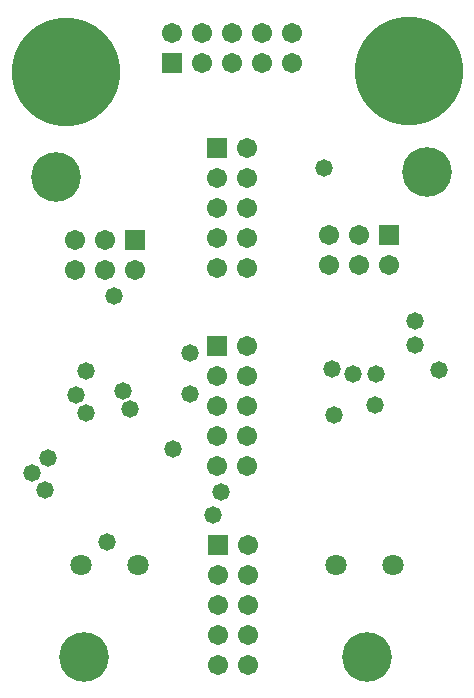
<source format=gbs>
G04*
G04 #@! TF.GenerationSoftware,Altium Limited,Altium Designer,19.1.5 (86)*
G04*
G04 Layer_Color=16711935*
%FSLAX25Y25*%
%MOIN*%
G70*
G01*
G75*
%ADD22C,0.16548*%
%ADD23C,0.36233*%
%ADD24C,0.07100*%
%ADD25R,0.06706X0.06706*%
%ADD26C,0.06706*%
%ADD27R,0.06706X0.06706*%
%ADD28C,0.05800*%
D22*
X29134Y532087D02*
D03*
X152756Y533661D02*
D03*
X38583Y372244D02*
D03*
X133071D02*
D03*
D23*
X32471Y567028D02*
D03*
X146814Y567421D02*
D03*
D24*
X141480Y402658D02*
D03*
X122480D02*
D03*
X56677Y402815D02*
D03*
X37677D02*
D03*
D25*
X55709Y511083D02*
D03*
X140354Y512894D02*
D03*
X67894Y570177D02*
D03*
D26*
X55709Y501083D02*
D03*
X45709Y511083D02*
D03*
Y501083D02*
D03*
X35709Y511083D02*
D03*
Y501083D02*
D03*
X140354Y502894D02*
D03*
X130354Y512894D02*
D03*
Y502894D02*
D03*
X120354Y512894D02*
D03*
Y502894D02*
D03*
X93110Y369551D02*
D03*
X83110D02*
D03*
X93110Y379551D02*
D03*
X83110D02*
D03*
X93110Y389551D02*
D03*
X83110D02*
D03*
X93110Y399551D02*
D03*
X83110D02*
D03*
X93110Y409551D02*
D03*
X107894Y580177D02*
D03*
Y570177D02*
D03*
X97894Y580177D02*
D03*
Y570177D02*
D03*
X87894Y580177D02*
D03*
Y570177D02*
D03*
X77894Y580177D02*
D03*
Y570177D02*
D03*
X67894Y580177D02*
D03*
X92953Y435650D02*
D03*
X82953D02*
D03*
X92953Y445650D02*
D03*
X82953D02*
D03*
X92953Y455650D02*
D03*
X82953D02*
D03*
X92953Y465650D02*
D03*
X82953D02*
D03*
X92953Y475650D02*
D03*
Y501748D02*
D03*
X82953D02*
D03*
X92953Y511748D02*
D03*
X82953D02*
D03*
X92953Y521748D02*
D03*
X82953D02*
D03*
X92953Y531748D02*
D03*
X82953D02*
D03*
X92953Y541748D02*
D03*
D27*
X83110Y409551D02*
D03*
X82953Y475650D02*
D03*
Y541748D02*
D03*
D28*
X121850Y452658D02*
D03*
X26476Y438287D02*
D03*
X21260Y433268D02*
D03*
X25689Y427658D02*
D03*
X39370Y453346D02*
D03*
X148760Y476083D02*
D03*
X156929Y467717D02*
D03*
X149055Y483957D02*
D03*
X135669Y456004D02*
D03*
X39114Y467421D02*
D03*
X36063Y459350D02*
D03*
X84390Y427067D02*
D03*
X81634Y419390D02*
D03*
X73858Y473425D02*
D03*
X46299Y410335D02*
D03*
X53878Y454626D02*
D03*
X51614Y460925D02*
D03*
X48563Y492520D02*
D03*
X73858Y459842D02*
D03*
X118445Y535138D02*
D03*
X121398Y468012D02*
D03*
X128386Y466535D02*
D03*
X135866D02*
D03*
X68150Y441535D02*
D03*
M02*

</source>
